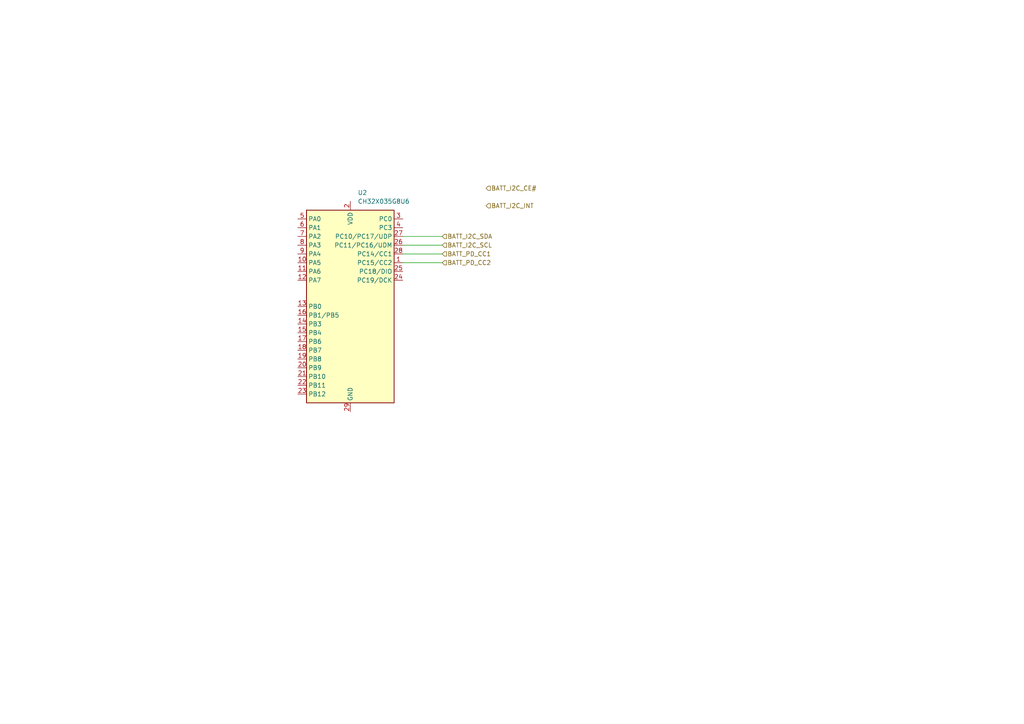
<source format=kicad_sch>
(kicad_sch (version 20250114) (generator "eeschema") (generator_version "9.0")
  (paper "A4")
  (lib_symbols
    (symbol "MCU_WCH_CH32X0:CH32X035G8U6"
      (property "Reference" "U" (at -14.732 29.718 0))
      (property "Value" "CH32X035G8U6" (at 8.636 29.718 0))
      (symbol "CH32X035G8U6_0_0"
        (pin bidirectional line (at -15.24 25.4 0) (length 2.54) (name "PA0") (number "5"))
        (pin bidirectional line (at -15.24 22.86 0) (length 2.54) (name "PA1") (number "6"))
        (pin bidirectional line (at -15.24 20.32 0) (length 2.54) (name "PA2") (number "7"))
        (pin bidirectional line (at -15.24 17.78 0) (length 2.54) (name "PA3") (number "8"))
        (pin bidirectional line (at -15.24 15.24 0) (length 2.54) (name "PA4") (number "9"))
        (pin bidirectional line (at -15.24 12.7 0) (length 2.54) (name "PA5") (number "10"))
        (pin bidirectional line (at -15.24 10.16 0) (length 2.54) (name "PA6") (number "11"))
        (pin bidirectional line (at -15.24 7.62 0) (length 2.54) (name "PA7") (number "12"))
        (pin bidirectional line (at -15.24 0 0) (length 2.54) (name "PB0") (number "13"))
        (pin bidirectional line (at -15.24 -5.08 0) (length 2.54) (name "PB3") (number "14"))
        (pin bidirectional line (at -15.24 -7.62 0) (length 2.54) (name "PB4") (number "15"))
        (pin bidirectional line (at -15.24 -10.16 0) (length 2.54) (name "PB6") (number "17"))
        (pin bidirectional line (at -15.24 -12.7 0) (length 2.54) (name "PB7") (number "18"))
        (pin bidirectional line (at -15.24 -15.24 0) (length 2.54) (name "PB8") (number "19"))
        (pin bidirectional line (at -15.24 -17.78 0) (length 2.54) (name "PB9") (number "20"))
        (pin bidirectional line (at -15.24 -20.32 0) (length 2.54) (name "PB10") (number "21"))
        (pin bidirectional line (at -15.24 -22.86 0) (length 2.54) (name "PB11") (number "22"))
        (pin bidirectional line (at -15.24 -25.4 0) (length 2.54) (name "PB12") (number "23"))
        (pin power_in line (at 0 30.48 270) (length 2.54) (name "VDD") (number "2"))
        (pin power_in line (at 0 -30.48 90) (length 2.54) (name "GND") (number "29"))
        (pin bidirectional line (at 15.24 25.4 180) (length 2.54) (name "PC0") (number "3"))
        (pin bidirectional line (at 15.24 22.86 180) (length 2.54) (name "PC3") (number "4"))
        (pin bidirectional line (at 15.24 20.32 180) (length 2.54) (name "PC10/PC17/UDP") (number "27"))
        (pin bidirectional line (at 15.24 17.78 180) (length 2.54) (name "PC11/PC16/UDM") (number "26"))
        (pin bidirectional line (at 15.24 15.24 180) (length 2.54) (name "PC14/CC1") (number "28"))
        (pin bidirectional line (at 15.24 12.7 180) (length 2.54) (name "PC15/CC2") (number "1"))
        (pin bidirectional line (at 15.24 10.16 180) (length 2.54) (name "PC18/DIO") (number "25"))
        (pin bidirectional line (at 15.24 7.62 180) (length 2.54) (name "PC19/DCK") (number "24"))
      )
      (symbol "CH32X035G8U6_1_0"
        (pin bidirectional line (at -15.24 -2.54 0) (length 2.54) (name "PB1/PB5") (number "16"))
      )
      (symbol "CH32X035G8U6_1_1"
        (rectangle (start -12.7 27.94) (end 12.7 -27.94) (stroke (width 0.254)) (fill (type background)))
      )
    )
  )
  (wire (pts (xy 128.27 68.58) (xy 116.84 68.58)))
  (wire (pts (xy 116.84 73.66) (xy 128.27 73.66)))
  (wire (pts (xy 128.27 71.12) (xy 116.84 71.12)))
  (wire (pts (xy 116.84 76.2) (xy 128.27 76.2)))
  (hierarchical_label "BATT_PD_CC2" (shape input) (at 128.27 76.2 0))
  (hierarchical_label "BATT_I2C_SCL" (shape input) (at 128.27 71.12 0))
  (hierarchical_label "BATT_I2C_CE#" (shape input) (at 140.97 54.61 0))
  (hierarchical_label "BATT_I2C_INT" (shape input) (at 140.97 59.69 0))
  (hierarchical_label "BATT_PD_CC1" (shape input) (at 128.27 73.66 0))
  (hierarchical_label "BATT_I2C_SDA" (shape input) (at 128.27 68.58 0))
  (symbol (lib_id "MCU_WCH_CH32X0:CH32X035G8U6") (at 101.6 88.9 0) (unit 1)
    (property "Reference" "U2" (at 103.7433 55.88 0) (effects (justify left)))
    (property "Value" "CH32X035G8U6" (at 103.7433 58.42 0) (effects (justify left)))
    (property "Footprint" "Package_DFN_QFN:WQFN-28-1EP_4x4mm_P0.4mm_EP2.7x2.7mm" (effects (hide yes)))
    (property "Datasheet" "https://www.wch-ic.com/downloads/CH32X035DS0_PDF.html" (effects (hide yes)))
    (property "Description" "48MHz RISC-V MCU with USB PD phy (Sink, Source, DRP), USB 2.0 Full speed phy (Host, Device), 20KB RAM, 62KB Flash, WQFN-28" (effects (hide yes)))
  )
)
</source>
